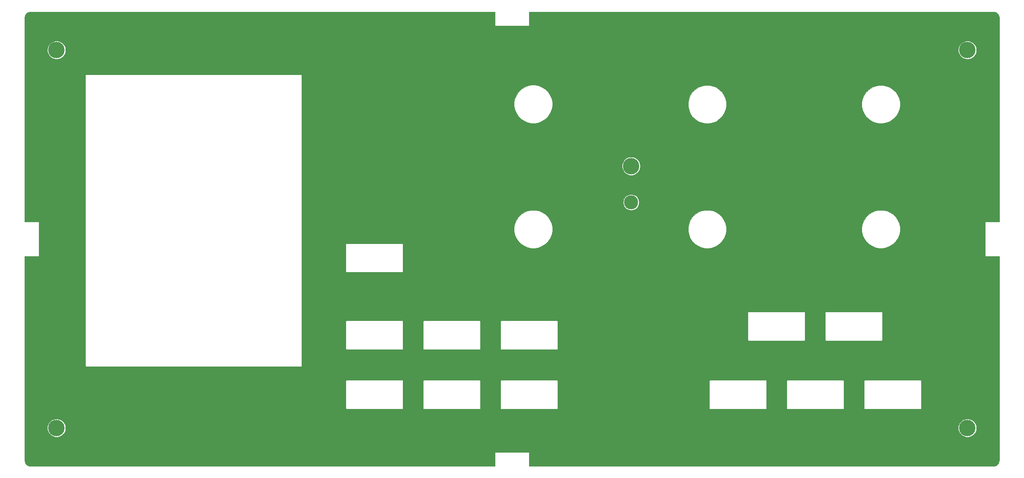
<source format=gbr>
G04 #@! TF.GenerationSoftware,KiCad,Pcbnew,(5.1.8)-1*
G04 #@! TF.CreationDate,2021-03-16T09:30:59+01:00*
G04 #@! TF.ProjectId,pfm3_topsurface,70666d33-5f74-46f7-9073-757266616365,v1.2 / 176*
G04 #@! TF.SameCoordinates,Original*
G04 #@! TF.FileFunction,Copper,L1,Top*
G04 #@! TF.FilePolarity,Positive*
%FSLAX46Y46*%
G04 Gerber Fmt 4.6, Leading zero omitted, Abs format (unit mm)*
G04 Created by KiCad (PCBNEW (5.1.8)-1) date 2021-03-16 09:30:59*
%MOMM*%
%LPD*%
G01*
G04 APERTURE LIST*
G04 #@! TA.AperFunction,ComponentPad*
%ADD10C,3.500000*%
G04 #@! TD*
G04 #@! TA.AperFunction,ComponentPad*
%ADD11C,3.000000*%
G04 #@! TD*
G04 #@! TA.AperFunction,NonConductor*
%ADD12C,0.100000*%
G04 #@! TD*
G04 #@! TA.AperFunction,NonConductor*
%ADD13C,0.150000*%
G04 #@! TD*
G04 APERTURE END LIST*
D10*
X173370000Y-66020000D03*
D11*
X173370000Y-73767000D03*
D10*
X50800000Y-121920000D03*
X50800000Y-41275000D03*
X245110000Y-41275000D03*
X245110000Y-121920000D03*
D12*
X144324001Y-36000814D02*
X144323638Y-36004500D01*
X144325086Y-36019202D01*
X144329375Y-36033340D01*
X144336339Y-36046369D01*
X144345711Y-36057789D01*
X144357131Y-36067161D01*
X144370160Y-36074125D01*
X144384298Y-36078414D01*
X144395325Y-36079500D01*
X144399000Y-36079862D01*
X144402675Y-36079500D01*
X151507325Y-36079500D01*
X151511000Y-36079862D01*
X151514675Y-36079500D01*
X151525702Y-36078414D01*
X151539840Y-36074125D01*
X151552869Y-36067161D01*
X151564289Y-36057789D01*
X151573661Y-36046369D01*
X151580625Y-36033340D01*
X151584914Y-36019202D01*
X151586362Y-36004500D01*
X151586000Y-36000825D01*
X151586000Y-33095000D01*
X250694332Y-33095000D01*
X250930039Y-33118111D01*
X251153244Y-33185501D01*
X251359105Y-33294959D01*
X251539785Y-33442319D01*
X251688400Y-33621963D01*
X251799295Y-33827060D01*
X251868241Y-34049786D01*
X251892982Y-34285190D01*
X251893000Y-34290262D01*
X251893001Y-34290272D01*
X251893000Y-77925000D01*
X248923675Y-77925000D01*
X248920000Y-77924638D01*
X248916325Y-77925000D01*
X248905298Y-77926086D01*
X248891160Y-77930375D01*
X248878131Y-77937339D01*
X248866711Y-77946711D01*
X248857339Y-77958131D01*
X248850375Y-77971160D01*
X248846086Y-77985298D01*
X248844638Y-78000000D01*
X248845001Y-78003686D01*
X248845000Y-85192824D01*
X248844638Y-85196500D01*
X248846086Y-85211202D01*
X248850375Y-85225340D01*
X248857339Y-85238369D01*
X248866711Y-85249789D01*
X248878131Y-85259161D01*
X248891160Y-85266125D01*
X248905298Y-85270414D01*
X248920000Y-85271862D01*
X248923675Y-85271500D01*
X251893001Y-85271500D01*
X251893000Y-128901332D01*
X251869889Y-129137039D01*
X251802499Y-129360244D01*
X251693042Y-129566103D01*
X251545681Y-129746785D01*
X251366037Y-129895400D01*
X251160940Y-130006295D01*
X250938214Y-130075241D01*
X250702811Y-130099982D01*
X250697738Y-130100000D01*
X151586000Y-130100000D01*
X151586000Y-127194176D01*
X151586362Y-127190500D01*
X151584914Y-127175798D01*
X151580625Y-127161660D01*
X151573661Y-127148631D01*
X151564289Y-127137211D01*
X151552869Y-127127839D01*
X151539840Y-127120875D01*
X151525702Y-127116586D01*
X151514675Y-127115500D01*
X151511000Y-127115138D01*
X151507325Y-127115500D01*
X144402675Y-127115500D01*
X144399000Y-127115138D01*
X144395325Y-127115500D01*
X144384298Y-127116586D01*
X144370160Y-127120875D01*
X144357131Y-127127839D01*
X144345711Y-127137211D01*
X144336339Y-127148631D01*
X144329375Y-127161660D01*
X144325086Y-127175798D01*
X144323638Y-127190500D01*
X144324001Y-127194186D01*
X144324000Y-130100000D01*
X45215668Y-130100000D01*
X44979961Y-130076889D01*
X44756756Y-130009499D01*
X44550897Y-129900042D01*
X44370215Y-129752681D01*
X44221600Y-129573037D01*
X44110705Y-129367940D01*
X44041759Y-129145214D01*
X44017018Y-128909811D01*
X44017000Y-128904738D01*
X44017000Y-121727942D01*
X48850000Y-121727942D01*
X48850000Y-122112058D01*
X48924938Y-122488794D01*
X49071933Y-122843671D01*
X49285336Y-123163052D01*
X49556948Y-123434664D01*
X49876329Y-123648067D01*
X50231206Y-123795062D01*
X50607942Y-123870000D01*
X50992058Y-123870000D01*
X51368794Y-123795062D01*
X51723671Y-123648067D01*
X52043052Y-123434664D01*
X52314664Y-123163052D01*
X52528067Y-122843671D01*
X52675062Y-122488794D01*
X52750000Y-122112058D01*
X52750000Y-121727942D01*
X243160000Y-121727942D01*
X243160000Y-122112058D01*
X243234938Y-122488794D01*
X243381933Y-122843671D01*
X243595336Y-123163052D01*
X243866948Y-123434664D01*
X244186329Y-123648067D01*
X244541206Y-123795062D01*
X244917942Y-123870000D01*
X245302058Y-123870000D01*
X245678794Y-123795062D01*
X246033671Y-123648067D01*
X246353052Y-123434664D01*
X246624664Y-123163052D01*
X246838067Y-122843671D01*
X246985062Y-122488794D01*
X247060000Y-122112058D01*
X247060000Y-121727942D01*
X246985062Y-121351206D01*
X246838067Y-120996329D01*
X246624664Y-120676948D01*
X246353052Y-120405336D01*
X246033671Y-120191933D01*
X245678794Y-120044938D01*
X245302058Y-119970000D01*
X244917942Y-119970000D01*
X244541206Y-120044938D01*
X244186329Y-120191933D01*
X243866948Y-120405336D01*
X243595336Y-120676948D01*
X243381933Y-120996329D01*
X243234938Y-121351206D01*
X243160000Y-121727942D01*
X52750000Y-121727942D01*
X52675062Y-121351206D01*
X52528067Y-120996329D01*
X52314664Y-120676948D01*
X52043052Y-120405336D01*
X51723671Y-120191933D01*
X51368794Y-120044938D01*
X50992058Y-119970000D01*
X50607942Y-119970000D01*
X50231206Y-120044938D01*
X49876329Y-120191933D01*
X49556948Y-120405336D01*
X49285336Y-120676948D01*
X49071933Y-120996329D01*
X48924938Y-121351206D01*
X48850000Y-121727942D01*
X44017000Y-121727942D01*
X44017000Y-111800000D01*
X112524638Y-111800000D01*
X112525001Y-111803686D01*
X112525000Y-117796324D01*
X112524638Y-117800000D01*
X112526086Y-117814702D01*
X112530375Y-117828840D01*
X112537339Y-117841869D01*
X112546711Y-117853289D01*
X112558131Y-117862661D01*
X112571160Y-117869625D01*
X112585298Y-117873914D01*
X112600000Y-117875362D01*
X112603675Y-117875000D01*
X124596325Y-117875000D01*
X124600000Y-117875362D01*
X124603675Y-117875000D01*
X124614702Y-117873914D01*
X124628840Y-117869625D01*
X124641869Y-117862661D01*
X124653289Y-117853289D01*
X124662661Y-117841869D01*
X124669625Y-117828840D01*
X124673914Y-117814702D01*
X124675362Y-117800000D01*
X124675000Y-117796325D01*
X124675000Y-111803676D01*
X124675362Y-111800000D01*
X129024638Y-111800000D01*
X129025001Y-111803686D01*
X129025000Y-117796324D01*
X129024638Y-117800000D01*
X129026086Y-117814702D01*
X129030375Y-117828840D01*
X129037339Y-117841869D01*
X129046711Y-117853289D01*
X129058131Y-117862661D01*
X129071160Y-117869625D01*
X129085298Y-117873914D01*
X129100000Y-117875362D01*
X129103675Y-117875000D01*
X141096325Y-117875000D01*
X141100000Y-117875362D01*
X141103675Y-117875000D01*
X141114702Y-117873914D01*
X141128840Y-117869625D01*
X141141869Y-117862661D01*
X141153289Y-117853289D01*
X141162661Y-117841869D01*
X141169625Y-117828840D01*
X141173914Y-117814702D01*
X141175362Y-117800000D01*
X141175000Y-117796325D01*
X141175000Y-111803676D01*
X141175362Y-111800000D01*
X145524638Y-111800000D01*
X145525001Y-111803686D01*
X145525000Y-117796324D01*
X145524638Y-117800000D01*
X145526086Y-117814702D01*
X145530375Y-117828840D01*
X145537339Y-117841869D01*
X145546711Y-117853289D01*
X145558131Y-117862661D01*
X145571160Y-117869625D01*
X145585298Y-117873914D01*
X145600000Y-117875362D01*
X145603675Y-117875000D01*
X157596325Y-117875000D01*
X157600000Y-117875362D01*
X157603675Y-117875000D01*
X157614702Y-117873914D01*
X157628840Y-117869625D01*
X157641869Y-117862661D01*
X157653289Y-117853289D01*
X157662661Y-117841869D01*
X157669625Y-117828840D01*
X157673914Y-117814702D01*
X157675362Y-117800000D01*
X157675000Y-117796325D01*
X157675000Y-111803676D01*
X157675362Y-111800000D01*
X190074638Y-111800000D01*
X190075001Y-111803686D01*
X190075000Y-117796324D01*
X190074638Y-117800000D01*
X190076086Y-117814702D01*
X190080375Y-117828840D01*
X190087339Y-117841869D01*
X190096711Y-117853289D01*
X190108131Y-117862661D01*
X190121160Y-117869625D01*
X190135298Y-117873914D01*
X190150000Y-117875362D01*
X190153675Y-117875000D01*
X202146325Y-117875000D01*
X202150000Y-117875362D01*
X202153675Y-117875000D01*
X202164702Y-117873914D01*
X202178840Y-117869625D01*
X202191869Y-117862661D01*
X202203289Y-117853289D01*
X202212661Y-117841869D01*
X202219625Y-117828840D01*
X202223914Y-117814702D01*
X202225362Y-117800000D01*
X202225000Y-117796325D01*
X202225000Y-111803676D01*
X202225362Y-111800000D01*
X206574638Y-111800000D01*
X206575001Y-111803686D01*
X206575000Y-117796324D01*
X206574638Y-117800000D01*
X206576086Y-117814702D01*
X206580375Y-117828840D01*
X206587339Y-117841869D01*
X206596711Y-117853289D01*
X206608131Y-117862661D01*
X206621160Y-117869625D01*
X206635298Y-117873914D01*
X206650000Y-117875362D01*
X206653675Y-117875000D01*
X218646325Y-117875000D01*
X218650000Y-117875362D01*
X218653675Y-117875000D01*
X218664702Y-117873914D01*
X218678840Y-117869625D01*
X218691869Y-117862661D01*
X218703289Y-117853289D01*
X218712661Y-117841869D01*
X218719625Y-117828840D01*
X218723914Y-117814702D01*
X218725362Y-117800000D01*
X218725000Y-117796325D01*
X218725000Y-111803676D01*
X218725362Y-111800000D01*
X223074638Y-111800000D01*
X223075001Y-111803686D01*
X223075000Y-117796324D01*
X223074638Y-117800000D01*
X223076086Y-117814702D01*
X223080375Y-117828840D01*
X223087339Y-117841869D01*
X223096711Y-117853289D01*
X223108131Y-117862661D01*
X223121160Y-117869625D01*
X223135298Y-117873914D01*
X223150000Y-117875362D01*
X223153675Y-117875000D01*
X235146325Y-117875000D01*
X235150000Y-117875362D01*
X235153675Y-117875000D01*
X235164702Y-117873914D01*
X235178840Y-117869625D01*
X235191869Y-117862661D01*
X235203289Y-117853289D01*
X235212661Y-117841869D01*
X235219625Y-117828840D01*
X235223914Y-117814702D01*
X235225362Y-117800000D01*
X235225000Y-117796325D01*
X235225000Y-111803676D01*
X235225362Y-111800000D01*
X235223914Y-111785298D01*
X235219625Y-111771160D01*
X235212661Y-111758131D01*
X235203289Y-111746711D01*
X235191869Y-111737339D01*
X235178840Y-111730375D01*
X235164702Y-111726086D01*
X235153675Y-111725000D01*
X235150000Y-111724638D01*
X235146325Y-111725000D01*
X223153675Y-111725000D01*
X223150000Y-111724638D01*
X223146325Y-111725000D01*
X223135298Y-111726086D01*
X223121160Y-111730375D01*
X223108131Y-111737339D01*
X223096711Y-111746711D01*
X223087339Y-111758131D01*
X223080375Y-111771160D01*
X223076086Y-111785298D01*
X223074638Y-111800000D01*
X218725362Y-111800000D01*
X218723914Y-111785298D01*
X218719625Y-111771160D01*
X218712661Y-111758131D01*
X218703289Y-111746711D01*
X218691869Y-111737339D01*
X218678840Y-111730375D01*
X218664702Y-111726086D01*
X218653675Y-111725000D01*
X218650000Y-111724638D01*
X218646325Y-111725000D01*
X206653675Y-111725000D01*
X206650000Y-111724638D01*
X206646325Y-111725000D01*
X206635298Y-111726086D01*
X206621160Y-111730375D01*
X206608131Y-111737339D01*
X206596711Y-111746711D01*
X206587339Y-111758131D01*
X206580375Y-111771160D01*
X206576086Y-111785298D01*
X206574638Y-111800000D01*
X202225362Y-111800000D01*
X202223914Y-111785298D01*
X202219625Y-111771160D01*
X202212661Y-111758131D01*
X202203289Y-111746711D01*
X202191869Y-111737339D01*
X202178840Y-111730375D01*
X202164702Y-111726086D01*
X202153675Y-111725000D01*
X202150000Y-111724638D01*
X202146325Y-111725000D01*
X190153675Y-111725000D01*
X190150000Y-111724638D01*
X190146325Y-111725000D01*
X190135298Y-111726086D01*
X190121160Y-111730375D01*
X190108131Y-111737339D01*
X190096711Y-111746711D01*
X190087339Y-111758131D01*
X190080375Y-111771160D01*
X190076086Y-111785298D01*
X190074638Y-111800000D01*
X157675362Y-111800000D01*
X157673914Y-111785298D01*
X157669625Y-111771160D01*
X157662661Y-111758131D01*
X157653289Y-111746711D01*
X157641869Y-111737339D01*
X157628840Y-111730375D01*
X157614702Y-111726086D01*
X157603675Y-111725000D01*
X157600000Y-111724638D01*
X157596325Y-111725000D01*
X145603675Y-111725000D01*
X145600000Y-111724638D01*
X145596325Y-111725000D01*
X145585298Y-111726086D01*
X145571160Y-111730375D01*
X145558131Y-111737339D01*
X145546711Y-111746711D01*
X145537339Y-111758131D01*
X145530375Y-111771160D01*
X145526086Y-111785298D01*
X145524638Y-111800000D01*
X141175362Y-111800000D01*
X141173914Y-111785298D01*
X141169625Y-111771160D01*
X141162661Y-111758131D01*
X141153289Y-111746711D01*
X141141869Y-111737339D01*
X141128840Y-111730375D01*
X141114702Y-111726086D01*
X141103675Y-111725000D01*
X141100000Y-111724638D01*
X141096325Y-111725000D01*
X129103675Y-111725000D01*
X129100000Y-111724638D01*
X129096325Y-111725000D01*
X129085298Y-111726086D01*
X129071160Y-111730375D01*
X129058131Y-111737339D01*
X129046711Y-111746711D01*
X129037339Y-111758131D01*
X129030375Y-111771160D01*
X129026086Y-111785298D01*
X129024638Y-111800000D01*
X124675362Y-111800000D01*
X124673914Y-111785298D01*
X124669625Y-111771160D01*
X124662661Y-111758131D01*
X124653289Y-111746711D01*
X124641869Y-111737339D01*
X124628840Y-111730375D01*
X124614702Y-111726086D01*
X124603675Y-111725000D01*
X124600000Y-111724638D01*
X124596325Y-111725000D01*
X112603675Y-111725000D01*
X112600000Y-111724638D01*
X112596325Y-111725000D01*
X112585298Y-111726086D01*
X112571160Y-111730375D01*
X112558131Y-111737339D01*
X112546711Y-111746711D01*
X112537339Y-111758131D01*
X112530375Y-111771160D01*
X112526086Y-111785298D01*
X112524638Y-111800000D01*
X44017000Y-111800000D01*
X44017000Y-85275000D01*
X46986325Y-85275000D01*
X46990000Y-85275362D01*
X46993675Y-85275000D01*
X47004702Y-85273914D01*
X47018840Y-85269625D01*
X47031869Y-85262661D01*
X47043289Y-85253289D01*
X47052661Y-85241869D01*
X47059625Y-85228840D01*
X47063914Y-85214702D01*
X47065362Y-85200000D01*
X47065000Y-85196325D01*
X47065000Y-78002175D01*
X47065362Y-77998500D01*
X47063914Y-77983798D01*
X47059625Y-77969660D01*
X47052661Y-77956631D01*
X47043289Y-77945211D01*
X47031869Y-77935839D01*
X47018840Y-77928875D01*
X47004702Y-77924586D01*
X46993675Y-77923500D01*
X46990000Y-77923138D01*
X46986325Y-77923500D01*
X44017000Y-77923500D01*
X44017000Y-46550000D01*
X56974638Y-46550000D01*
X56975000Y-46553676D01*
X56975001Y-108696314D01*
X56974638Y-108700000D01*
X56976086Y-108714702D01*
X56980375Y-108728840D01*
X56987339Y-108741869D01*
X56996711Y-108753289D01*
X57008131Y-108762661D01*
X57021160Y-108769625D01*
X57035298Y-108773914D01*
X57046325Y-108775000D01*
X57050000Y-108775362D01*
X57053675Y-108775000D01*
X103046325Y-108775000D01*
X103050000Y-108775362D01*
X103053675Y-108775000D01*
X103064702Y-108773914D01*
X103078840Y-108769625D01*
X103091869Y-108762661D01*
X103103289Y-108753289D01*
X103112661Y-108741869D01*
X103119625Y-108728840D01*
X103123914Y-108714702D01*
X103125362Y-108700000D01*
X103125000Y-108696325D01*
X103125000Y-99100000D01*
X112524638Y-99100000D01*
X112525001Y-99103686D01*
X112525000Y-105096324D01*
X112524638Y-105100000D01*
X112526086Y-105114702D01*
X112530375Y-105128840D01*
X112537339Y-105141869D01*
X112546711Y-105153289D01*
X112558131Y-105162661D01*
X112571160Y-105169625D01*
X112585298Y-105173914D01*
X112600000Y-105175362D01*
X112603675Y-105175000D01*
X124596325Y-105175000D01*
X124600000Y-105175362D01*
X124603675Y-105175000D01*
X124614702Y-105173914D01*
X124628840Y-105169625D01*
X124641869Y-105162661D01*
X124653289Y-105153289D01*
X124662661Y-105141869D01*
X124669625Y-105128840D01*
X124673914Y-105114702D01*
X124675362Y-105100000D01*
X124675000Y-105096325D01*
X124675000Y-99103676D01*
X124675362Y-99100000D01*
X129024638Y-99100000D01*
X129025001Y-99103686D01*
X129025000Y-105096324D01*
X129024638Y-105100000D01*
X129026086Y-105114702D01*
X129030375Y-105128840D01*
X129037339Y-105141869D01*
X129046711Y-105153289D01*
X129058131Y-105162661D01*
X129071160Y-105169625D01*
X129085298Y-105173914D01*
X129100000Y-105175362D01*
X129103675Y-105175000D01*
X141096325Y-105175000D01*
X141100000Y-105175362D01*
X141103675Y-105175000D01*
X141114702Y-105173914D01*
X141128840Y-105169625D01*
X141141869Y-105162661D01*
X141153289Y-105153289D01*
X141162661Y-105141869D01*
X141169625Y-105128840D01*
X141173914Y-105114702D01*
X141175362Y-105100000D01*
X141175000Y-105096325D01*
X141175000Y-99103676D01*
X141175362Y-99100000D01*
X145524638Y-99100000D01*
X145525001Y-99103686D01*
X145525000Y-105096324D01*
X145524638Y-105100000D01*
X145526086Y-105114702D01*
X145530375Y-105128840D01*
X145537339Y-105141869D01*
X145546711Y-105153289D01*
X145558131Y-105162661D01*
X145571160Y-105169625D01*
X145585298Y-105173914D01*
X145600000Y-105175362D01*
X145603675Y-105175000D01*
X157596325Y-105175000D01*
X157600000Y-105175362D01*
X157603675Y-105175000D01*
X157614702Y-105173914D01*
X157628840Y-105169625D01*
X157641869Y-105162661D01*
X157653289Y-105153289D01*
X157662661Y-105141869D01*
X157669625Y-105128840D01*
X157673914Y-105114702D01*
X157675362Y-105100000D01*
X157675000Y-105096325D01*
X157675000Y-99103676D01*
X157675362Y-99100000D01*
X157673914Y-99085298D01*
X157669625Y-99071160D01*
X157662661Y-99058131D01*
X157653289Y-99046711D01*
X157641869Y-99037339D01*
X157628840Y-99030375D01*
X157614702Y-99026086D01*
X157603675Y-99025000D01*
X157600000Y-99024638D01*
X157596325Y-99025000D01*
X145603675Y-99025000D01*
X145600000Y-99024638D01*
X145596325Y-99025000D01*
X145585298Y-99026086D01*
X145571160Y-99030375D01*
X145558131Y-99037339D01*
X145546711Y-99046711D01*
X145537339Y-99058131D01*
X145530375Y-99071160D01*
X145526086Y-99085298D01*
X145524638Y-99100000D01*
X141175362Y-99100000D01*
X141173914Y-99085298D01*
X141169625Y-99071160D01*
X141162661Y-99058131D01*
X141153289Y-99046711D01*
X141141869Y-99037339D01*
X141128840Y-99030375D01*
X141114702Y-99026086D01*
X141103675Y-99025000D01*
X141100000Y-99024638D01*
X141096325Y-99025000D01*
X129103675Y-99025000D01*
X129100000Y-99024638D01*
X129096325Y-99025000D01*
X129085298Y-99026086D01*
X129071160Y-99030375D01*
X129058131Y-99037339D01*
X129046711Y-99046711D01*
X129037339Y-99058131D01*
X129030375Y-99071160D01*
X129026086Y-99085298D01*
X129024638Y-99100000D01*
X124675362Y-99100000D01*
X124673914Y-99085298D01*
X124669625Y-99071160D01*
X124662661Y-99058131D01*
X124653289Y-99046711D01*
X124641869Y-99037339D01*
X124628840Y-99030375D01*
X124614702Y-99026086D01*
X124603675Y-99025000D01*
X124600000Y-99024638D01*
X124596325Y-99025000D01*
X112603675Y-99025000D01*
X112600000Y-99024638D01*
X112596325Y-99025000D01*
X112585298Y-99026086D01*
X112571160Y-99030375D01*
X112558131Y-99037339D01*
X112546711Y-99046711D01*
X112537339Y-99058131D01*
X112530375Y-99071160D01*
X112526086Y-99085298D01*
X112524638Y-99100000D01*
X103125000Y-99100000D01*
X103125000Y-97200000D01*
X198274638Y-97200000D01*
X198275001Y-97203686D01*
X198275000Y-103196324D01*
X198274638Y-103200000D01*
X198276086Y-103214702D01*
X198280375Y-103228840D01*
X198287339Y-103241869D01*
X198296711Y-103253289D01*
X198308131Y-103262661D01*
X198321160Y-103269625D01*
X198335298Y-103273914D01*
X198350000Y-103275362D01*
X198353675Y-103275000D01*
X210346325Y-103275000D01*
X210350000Y-103275362D01*
X210353675Y-103275000D01*
X210364702Y-103273914D01*
X210378840Y-103269625D01*
X210391869Y-103262661D01*
X210403289Y-103253289D01*
X210412661Y-103241869D01*
X210419625Y-103228840D01*
X210423914Y-103214702D01*
X210425362Y-103200000D01*
X210425000Y-103196325D01*
X210425000Y-97203676D01*
X210425362Y-97200000D01*
X214774638Y-97200000D01*
X214775001Y-97203686D01*
X214775000Y-103196324D01*
X214774638Y-103200000D01*
X214776086Y-103214702D01*
X214780375Y-103228840D01*
X214787339Y-103241869D01*
X214796711Y-103253289D01*
X214808131Y-103262661D01*
X214821160Y-103269625D01*
X214835298Y-103273914D01*
X214850000Y-103275362D01*
X214853675Y-103275000D01*
X226846325Y-103275000D01*
X226850000Y-103275362D01*
X226853675Y-103275000D01*
X226864702Y-103273914D01*
X226878840Y-103269625D01*
X226891869Y-103262661D01*
X226903289Y-103253289D01*
X226912661Y-103241869D01*
X226919625Y-103228840D01*
X226923914Y-103214702D01*
X226925362Y-103200000D01*
X226925000Y-103196325D01*
X226925000Y-97203676D01*
X226925362Y-97200000D01*
X226923914Y-97185298D01*
X226919625Y-97171160D01*
X226912661Y-97158131D01*
X226903289Y-97146711D01*
X226891869Y-97137339D01*
X226878840Y-97130375D01*
X226864702Y-97126086D01*
X226853675Y-97125000D01*
X226850000Y-97124638D01*
X226846325Y-97125000D01*
X214853675Y-97125000D01*
X214850000Y-97124638D01*
X214846325Y-97125000D01*
X214835298Y-97126086D01*
X214821160Y-97130375D01*
X214808131Y-97137339D01*
X214796711Y-97146711D01*
X214787339Y-97158131D01*
X214780375Y-97171160D01*
X214776086Y-97185298D01*
X214774638Y-97200000D01*
X210425362Y-97200000D01*
X210423914Y-97185298D01*
X210419625Y-97171160D01*
X210412661Y-97158131D01*
X210403289Y-97146711D01*
X210391869Y-97137339D01*
X210378840Y-97130375D01*
X210364702Y-97126086D01*
X210353675Y-97125000D01*
X210350000Y-97124638D01*
X210346325Y-97125000D01*
X198353675Y-97125000D01*
X198350000Y-97124638D01*
X198346325Y-97125000D01*
X198335298Y-97126086D01*
X198321160Y-97130375D01*
X198308131Y-97137339D01*
X198296711Y-97146711D01*
X198287339Y-97158131D01*
X198280375Y-97171160D01*
X198276086Y-97185298D01*
X198274638Y-97200000D01*
X103125000Y-97200000D01*
X103125000Y-82600000D01*
X112524638Y-82600000D01*
X112525001Y-82603686D01*
X112525000Y-88596324D01*
X112524638Y-88600000D01*
X112526086Y-88614702D01*
X112530375Y-88628840D01*
X112537339Y-88641869D01*
X112546711Y-88653289D01*
X112558131Y-88662661D01*
X112571160Y-88669625D01*
X112585298Y-88673914D01*
X112600000Y-88675362D01*
X112603675Y-88675000D01*
X124596325Y-88675000D01*
X124600000Y-88675362D01*
X124603675Y-88675000D01*
X124614702Y-88673914D01*
X124628840Y-88669625D01*
X124641869Y-88662661D01*
X124653289Y-88653289D01*
X124662661Y-88641869D01*
X124669625Y-88628840D01*
X124673914Y-88614702D01*
X124675362Y-88600000D01*
X124675000Y-88596325D01*
X124675000Y-82603676D01*
X124675362Y-82600000D01*
X124673914Y-82585298D01*
X124669625Y-82571160D01*
X124662661Y-82558131D01*
X124653289Y-82546711D01*
X124641869Y-82537339D01*
X124628840Y-82530375D01*
X124614702Y-82526086D01*
X124603675Y-82525000D01*
X124600000Y-82524638D01*
X124596325Y-82525000D01*
X112603675Y-82525000D01*
X112600000Y-82524638D01*
X112596325Y-82525000D01*
X112585298Y-82526086D01*
X112571160Y-82530375D01*
X112558131Y-82537339D01*
X112546711Y-82546711D01*
X112537339Y-82558131D01*
X112530375Y-82571160D01*
X112526086Y-82585298D01*
X112524638Y-82600000D01*
X103125000Y-82600000D01*
X103125000Y-79098620D01*
X148424719Y-79098620D01*
X148424719Y-79901380D01*
X148581329Y-80688716D01*
X148888532Y-81430370D01*
X149334522Y-82097840D01*
X149902160Y-82665478D01*
X150569630Y-83111468D01*
X151311284Y-83418671D01*
X152098620Y-83575281D01*
X152901380Y-83575281D01*
X153688716Y-83418671D01*
X154430370Y-83111468D01*
X155097840Y-82665478D01*
X155665478Y-82097840D01*
X156111468Y-81430370D01*
X156418671Y-80688716D01*
X156575281Y-79901380D01*
X156575281Y-79098620D01*
X185524719Y-79098620D01*
X185524719Y-79901380D01*
X185681329Y-80688716D01*
X185988532Y-81430370D01*
X186434522Y-82097840D01*
X187002160Y-82665478D01*
X187669630Y-83111468D01*
X188411284Y-83418671D01*
X189198620Y-83575281D01*
X190001380Y-83575281D01*
X190788716Y-83418671D01*
X191530370Y-83111468D01*
X192197840Y-82665478D01*
X192765478Y-82097840D01*
X193211468Y-81430370D01*
X193518671Y-80688716D01*
X193675281Y-79901380D01*
X193675281Y-79098620D01*
X222574719Y-79098620D01*
X222574719Y-79901380D01*
X222731329Y-80688716D01*
X223038532Y-81430370D01*
X223484522Y-82097840D01*
X224052160Y-82665478D01*
X224719630Y-83111468D01*
X225461284Y-83418671D01*
X226248620Y-83575281D01*
X227051380Y-83575281D01*
X227838716Y-83418671D01*
X228580370Y-83111468D01*
X229247840Y-82665478D01*
X229815478Y-82097840D01*
X230261468Y-81430370D01*
X230568671Y-80688716D01*
X230725281Y-79901380D01*
X230725281Y-79098620D01*
X230568671Y-78311284D01*
X230261468Y-77569630D01*
X229815478Y-76902160D01*
X229247840Y-76334522D01*
X228580370Y-75888532D01*
X227838716Y-75581329D01*
X227051380Y-75424719D01*
X226248620Y-75424719D01*
X225461284Y-75581329D01*
X224719630Y-75888532D01*
X224052160Y-76334522D01*
X223484522Y-76902160D01*
X223038532Y-77569630D01*
X222731329Y-78311284D01*
X222574719Y-79098620D01*
X193675281Y-79098620D01*
X193518671Y-78311284D01*
X193211468Y-77569630D01*
X192765478Y-76902160D01*
X192197840Y-76334522D01*
X191530370Y-75888532D01*
X190788716Y-75581329D01*
X190001380Y-75424719D01*
X189198620Y-75424719D01*
X188411284Y-75581329D01*
X187669630Y-75888532D01*
X187002160Y-76334522D01*
X186434522Y-76902160D01*
X185988532Y-77569630D01*
X185681329Y-78311284D01*
X185524719Y-79098620D01*
X156575281Y-79098620D01*
X156418671Y-78311284D01*
X156111468Y-77569630D01*
X155665478Y-76902160D01*
X155097840Y-76334522D01*
X154430370Y-75888532D01*
X153688716Y-75581329D01*
X152901380Y-75424719D01*
X152098620Y-75424719D01*
X151311284Y-75581329D01*
X150569630Y-75888532D01*
X149902160Y-76334522D01*
X149334522Y-76902160D01*
X148888532Y-77569630D01*
X148581329Y-78311284D01*
X148424719Y-79098620D01*
X103125000Y-79098620D01*
X103125000Y-73599565D01*
X171670000Y-73599565D01*
X171670000Y-73934435D01*
X171735330Y-74262872D01*
X171863479Y-74572252D01*
X172049523Y-74850687D01*
X172286313Y-75087477D01*
X172564748Y-75273521D01*
X172874128Y-75401670D01*
X173202565Y-75467000D01*
X173537435Y-75467000D01*
X173865872Y-75401670D01*
X174175252Y-75273521D01*
X174453687Y-75087477D01*
X174690477Y-74850687D01*
X174876521Y-74572252D01*
X175004670Y-74262872D01*
X175070000Y-73934435D01*
X175070000Y-73599565D01*
X175004670Y-73271128D01*
X174876521Y-72961748D01*
X174690477Y-72683313D01*
X174453687Y-72446523D01*
X174175252Y-72260479D01*
X173865872Y-72132330D01*
X173537435Y-72067000D01*
X173202565Y-72067000D01*
X172874128Y-72132330D01*
X172564748Y-72260479D01*
X172286313Y-72446523D01*
X172049523Y-72683313D01*
X171863479Y-72961748D01*
X171735330Y-73271128D01*
X171670000Y-73599565D01*
X103125000Y-73599565D01*
X103125000Y-65827942D01*
X171420000Y-65827942D01*
X171420000Y-66212058D01*
X171494938Y-66588794D01*
X171641933Y-66943671D01*
X171855336Y-67263052D01*
X172126948Y-67534664D01*
X172446329Y-67748067D01*
X172801206Y-67895062D01*
X173177942Y-67970000D01*
X173562058Y-67970000D01*
X173938794Y-67895062D01*
X174293671Y-67748067D01*
X174613052Y-67534664D01*
X174884664Y-67263052D01*
X175098067Y-66943671D01*
X175245062Y-66588794D01*
X175320000Y-66212058D01*
X175320000Y-65827942D01*
X175245062Y-65451206D01*
X175098067Y-65096329D01*
X174884664Y-64776948D01*
X174613052Y-64505336D01*
X174293671Y-64291933D01*
X173938794Y-64144938D01*
X173562058Y-64070000D01*
X173177942Y-64070000D01*
X172801206Y-64144938D01*
X172446329Y-64291933D01*
X172126948Y-64505336D01*
X171855336Y-64776948D01*
X171641933Y-65096329D01*
X171494938Y-65451206D01*
X171420000Y-65827942D01*
X103125000Y-65827942D01*
X103125000Y-52398620D01*
X148424719Y-52398620D01*
X148424719Y-53201380D01*
X148581329Y-53988716D01*
X148888532Y-54730370D01*
X149334522Y-55397840D01*
X149902160Y-55965478D01*
X150569630Y-56411468D01*
X151311284Y-56718671D01*
X152098620Y-56875281D01*
X152901380Y-56875281D01*
X153688716Y-56718671D01*
X154430370Y-56411468D01*
X155097840Y-55965478D01*
X155665478Y-55397840D01*
X156111468Y-54730370D01*
X156418671Y-53988716D01*
X156575281Y-53201380D01*
X156575281Y-52448620D01*
X185524719Y-52448620D01*
X185524719Y-53251380D01*
X185681329Y-54038716D01*
X185988532Y-54780370D01*
X186434522Y-55447840D01*
X187002160Y-56015478D01*
X187669630Y-56461468D01*
X188411284Y-56768671D01*
X189198620Y-56925281D01*
X190001380Y-56925281D01*
X190788716Y-56768671D01*
X191530370Y-56461468D01*
X192197840Y-56015478D01*
X192765478Y-55447840D01*
X193211468Y-54780370D01*
X193518671Y-54038716D01*
X193675281Y-53251380D01*
X193675281Y-52448620D01*
X222574719Y-52448620D01*
X222574719Y-53251380D01*
X222731329Y-54038716D01*
X223038532Y-54780370D01*
X223484522Y-55447840D01*
X224052160Y-56015478D01*
X224719630Y-56461468D01*
X225461284Y-56768671D01*
X226248620Y-56925281D01*
X227051380Y-56925281D01*
X227838716Y-56768671D01*
X228580370Y-56461468D01*
X229247840Y-56015478D01*
X229815478Y-55447840D01*
X230261468Y-54780370D01*
X230568671Y-54038716D01*
X230725281Y-53251380D01*
X230725281Y-52448620D01*
X230568671Y-51661284D01*
X230261468Y-50919630D01*
X229815478Y-50252160D01*
X229247840Y-49684522D01*
X228580370Y-49238532D01*
X227838716Y-48931329D01*
X227051380Y-48774719D01*
X226248620Y-48774719D01*
X225461284Y-48931329D01*
X224719630Y-49238532D01*
X224052160Y-49684522D01*
X223484522Y-50252160D01*
X223038532Y-50919630D01*
X222731329Y-51661284D01*
X222574719Y-52448620D01*
X193675281Y-52448620D01*
X193518671Y-51661284D01*
X193211468Y-50919630D01*
X192765478Y-50252160D01*
X192197840Y-49684522D01*
X191530370Y-49238532D01*
X190788716Y-48931329D01*
X190001380Y-48774719D01*
X189198620Y-48774719D01*
X188411284Y-48931329D01*
X187669630Y-49238532D01*
X187002160Y-49684522D01*
X186434522Y-50252160D01*
X185988532Y-50919630D01*
X185681329Y-51661284D01*
X185524719Y-52448620D01*
X156575281Y-52448620D01*
X156575281Y-52398620D01*
X156418671Y-51611284D01*
X156111468Y-50869630D01*
X155665478Y-50202160D01*
X155097840Y-49634522D01*
X154430370Y-49188532D01*
X153688716Y-48881329D01*
X152901380Y-48724719D01*
X152098620Y-48724719D01*
X151311284Y-48881329D01*
X150569630Y-49188532D01*
X149902160Y-49634522D01*
X149334522Y-50202160D01*
X148888532Y-50869630D01*
X148581329Y-51611284D01*
X148424719Y-52398620D01*
X103125000Y-52398620D01*
X103125000Y-46553675D01*
X103125362Y-46550000D01*
X103123914Y-46535298D01*
X103119625Y-46521160D01*
X103112661Y-46508131D01*
X103103289Y-46496711D01*
X103091869Y-46487339D01*
X103078840Y-46480375D01*
X103064702Y-46476086D01*
X103053675Y-46475000D01*
X103050000Y-46474638D01*
X103046325Y-46475000D01*
X57053675Y-46475000D01*
X57050000Y-46474638D01*
X57046325Y-46475000D01*
X57035298Y-46476086D01*
X57021160Y-46480375D01*
X57008131Y-46487339D01*
X56996711Y-46496711D01*
X56987339Y-46508131D01*
X56980375Y-46521160D01*
X56976086Y-46535298D01*
X56974638Y-46550000D01*
X44017000Y-46550000D01*
X44017000Y-41082942D01*
X48850000Y-41082942D01*
X48850000Y-41467058D01*
X48924938Y-41843794D01*
X49071933Y-42198671D01*
X49285336Y-42518052D01*
X49556948Y-42789664D01*
X49876329Y-43003067D01*
X50231206Y-43150062D01*
X50607942Y-43225000D01*
X50992058Y-43225000D01*
X51368794Y-43150062D01*
X51723671Y-43003067D01*
X52043052Y-42789664D01*
X52314664Y-42518052D01*
X52528067Y-42198671D01*
X52675062Y-41843794D01*
X52750000Y-41467058D01*
X52750000Y-41082942D01*
X243160000Y-41082942D01*
X243160000Y-41467058D01*
X243234938Y-41843794D01*
X243381933Y-42198671D01*
X243595336Y-42518052D01*
X243866948Y-42789664D01*
X244186329Y-43003067D01*
X244541206Y-43150062D01*
X244917942Y-43225000D01*
X245302058Y-43225000D01*
X245678794Y-43150062D01*
X246033671Y-43003067D01*
X246353052Y-42789664D01*
X246624664Y-42518052D01*
X246838067Y-42198671D01*
X246985062Y-41843794D01*
X247060000Y-41467058D01*
X247060000Y-41082942D01*
X246985062Y-40706206D01*
X246838067Y-40351329D01*
X246624664Y-40031948D01*
X246353052Y-39760336D01*
X246033671Y-39546933D01*
X245678794Y-39399938D01*
X245302058Y-39325000D01*
X244917942Y-39325000D01*
X244541206Y-39399938D01*
X244186329Y-39546933D01*
X243866948Y-39760336D01*
X243595336Y-40031948D01*
X243381933Y-40351329D01*
X243234938Y-40706206D01*
X243160000Y-41082942D01*
X52750000Y-41082942D01*
X52675062Y-40706206D01*
X52528067Y-40351329D01*
X52314664Y-40031948D01*
X52043052Y-39760336D01*
X51723671Y-39546933D01*
X51368794Y-39399938D01*
X50992058Y-39325000D01*
X50607942Y-39325000D01*
X50231206Y-39399938D01*
X49876329Y-39546933D01*
X49556948Y-39760336D01*
X49285336Y-40031948D01*
X49071933Y-40351329D01*
X48924938Y-40706206D01*
X48850000Y-41082942D01*
X44017000Y-41082942D01*
X44017000Y-34293668D01*
X44040111Y-34057961D01*
X44107501Y-33834756D01*
X44216959Y-33628895D01*
X44364319Y-33448215D01*
X44543963Y-33299600D01*
X44749060Y-33188705D01*
X44971786Y-33119759D01*
X45207190Y-33095018D01*
X45212262Y-33095000D01*
X144324000Y-33095000D01*
X144324001Y-36000814D01*
G04 #@! TA.AperFunction,NonConductor*
D13*
G36*
X144324001Y-36000814D02*
G01*
X144323638Y-36004500D01*
X144325086Y-36019202D01*
X144329375Y-36033340D01*
X144336339Y-36046369D01*
X144345711Y-36057789D01*
X144357131Y-36067161D01*
X144370160Y-36074125D01*
X144384298Y-36078414D01*
X144395325Y-36079500D01*
X144399000Y-36079862D01*
X144402675Y-36079500D01*
X151507325Y-36079500D01*
X151511000Y-36079862D01*
X151514675Y-36079500D01*
X151525702Y-36078414D01*
X151539840Y-36074125D01*
X151552869Y-36067161D01*
X151564289Y-36057789D01*
X151573661Y-36046369D01*
X151580625Y-36033340D01*
X151584914Y-36019202D01*
X151586362Y-36004500D01*
X151586000Y-36000825D01*
X151586000Y-33095000D01*
X250694332Y-33095000D01*
X250930039Y-33118111D01*
X251153244Y-33185501D01*
X251359105Y-33294959D01*
X251539785Y-33442319D01*
X251688400Y-33621963D01*
X251799295Y-33827060D01*
X251868241Y-34049786D01*
X251892982Y-34285190D01*
X251893000Y-34290262D01*
X251893001Y-34290272D01*
X251893000Y-77925000D01*
X248923675Y-77925000D01*
X248920000Y-77924638D01*
X248916325Y-77925000D01*
X248905298Y-77926086D01*
X248891160Y-77930375D01*
X248878131Y-77937339D01*
X248866711Y-77946711D01*
X248857339Y-77958131D01*
X248850375Y-77971160D01*
X248846086Y-77985298D01*
X248844638Y-78000000D01*
X248845001Y-78003686D01*
X248845000Y-85192824D01*
X248844638Y-85196500D01*
X248846086Y-85211202D01*
X248850375Y-85225340D01*
X248857339Y-85238369D01*
X248866711Y-85249789D01*
X248878131Y-85259161D01*
X248891160Y-85266125D01*
X248905298Y-85270414D01*
X248920000Y-85271862D01*
X248923675Y-85271500D01*
X251893001Y-85271500D01*
X251893000Y-128901332D01*
X251869889Y-129137039D01*
X251802499Y-129360244D01*
X251693042Y-129566103D01*
X251545681Y-129746785D01*
X251366037Y-129895400D01*
X251160940Y-130006295D01*
X250938214Y-130075241D01*
X250702811Y-130099982D01*
X250697738Y-130100000D01*
X151586000Y-130100000D01*
X151586000Y-127194176D01*
X151586362Y-127190500D01*
X151584914Y-127175798D01*
X151580625Y-127161660D01*
X151573661Y-127148631D01*
X151564289Y-127137211D01*
X151552869Y-127127839D01*
X151539840Y-127120875D01*
X151525702Y-127116586D01*
X151514675Y-127115500D01*
X151511000Y-127115138D01*
X151507325Y-127115500D01*
X144402675Y-127115500D01*
X144399000Y-127115138D01*
X144395325Y-127115500D01*
X144384298Y-127116586D01*
X144370160Y-127120875D01*
X144357131Y-127127839D01*
X144345711Y-127137211D01*
X144336339Y-127148631D01*
X144329375Y-127161660D01*
X144325086Y-127175798D01*
X144323638Y-127190500D01*
X144324001Y-127194186D01*
X144324000Y-130100000D01*
X45215668Y-130100000D01*
X44979961Y-130076889D01*
X44756756Y-130009499D01*
X44550897Y-129900042D01*
X44370215Y-129752681D01*
X44221600Y-129573037D01*
X44110705Y-129367940D01*
X44041759Y-129145214D01*
X44017018Y-128909811D01*
X44017000Y-128904738D01*
X44017000Y-121727942D01*
X48850000Y-121727942D01*
X48850000Y-122112058D01*
X48924938Y-122488794D01*
X49071933Y-122843671D01*
X49285336Y-123163052D01*
X49556948Y-123434664D01*
X49876329Y-123648067D01*
X50231206Y-123795062D01*
X50607942Y-123870000D01*
X50992058Y-123870000D01*
X51368794Y-123795062D01*
X51723671Y-123648067D01*
X52043052Y-123434664D01*
X52314664Y-123163052D01*
X52528067Y-122843671D01*
X52675062Y-122488794D01*
X52750000Y-122112058D01*
X52750000Y-121727942D01*
X243160000Y-121727942D01*
X243160000Y-122112058D01*
X243234938Y-122488794D01*
X243381933Y-122843671D01*
X243595336Y-123163052D01*
X243866948Y-123434664D01*
X244186329Y-123648067D01*
X244541206Y-123795062D01*
X244917942Y-123870000D01*
X245302058Y-123870000D01*
X245678794Y-123795062D01*
X246033671Y-123648067D01*
X246353052Y-123434664D01*
X246624664Y-123163052D01*
X246838067Y-122843671D01*
X246985062Y-122488794D01*
X247060000Y-122112058D01*
X247060000Y-121727942D01*
X246985062Y-121351206D01*
X246838067Y-120996329D01*
X246624664Y-120676948D01*
X246353052Y-120405336D01*
X246033671Y-120191933D01*
X245678794Y-120044938D01*
X245302058Y-119970000D01*
X244917942Y-119970000D01*
X244541206Y-120044938D01*
X244186329Y-120191933D01*
X243866948Y-120405336D01*
X243595336Y-120676948D01*
X243381933Y-120996329D01*
X243234938Y-121351206D01*
X243160000Y-121727942D01*
X52750000Y-121727942D01*
X52675062Y-121351206D01*
X52528067Y-120996329D01*
X52314664Y-120676948D01*
X52043052Y-120405336D01*
X51723671Y-120191933D01*
X51368794Y-120044938D01*
X50992058Y-119970000D01*
X50607942Y-119970000D01*
X50231206Y-120044938D01*
X49876329Y-120191933D01*
X49556948Y-120405336D01*
X49285336Y-120676948D01*
X49071933Y-120996329D01*
X48924938Y-121351206D01*
X48850000Y-121727942D01*
X44017000Y-121727942D01*
X44017000Y-111800000D01*
X112524638Y-111800000D01*
X112525001Y-111803686D01*
X112525000Y-117796324D01*
X112524638Y-117800000D01*
X112526086Y-117814702D01*
X112530375Y-117828840D01*
X112537339Y-117841869D01*
X112546711Y-117853289D01*
X112558131Y-117862661D01*
X112571160Y-117869625D01*
X112585298Y-117873914D01*
X112600000Y-117875362D01*
X112603675Y-117875000D01*
X124596325Y-117875000D01*
X124600000Y-117875362D01*
X124603675Y-117875000D01*
X124614702Y-117873914D01*
X124628840Y-117869625D01*
X124641869Y-117862661D01*
X124653289Y-117853289D01*
X124662661Y-117841869D01*
X124669625Y-117828840D01*
X124673914Y-117814702D01*
X124675362Y-117800000D01*
X124675000Y-117796325D01*
X124675000Y-111803676D01*
X124675362Y-111800000D01*
X129024638Y-111800000D01*
X129025001Y-111803686D01*
X129025000Y-117796324D01*
X129024638Y-117800000D01*
X129026086Y-117814702D01*
X129030375Y-117828840D01*
X129037339Y-117841869D01*
X129046711Y-117853289D01*
X129058131Y-117862661D01*
X129071160Y-117869625D01*
X129085298Y-117873914D01*
X129100000Y-117875362D01*
X129103675Y-117875000D01*
X141096325Y-117875000D01*
X141100000Y-117875362D01*
X141103675Y-117875000D01*
X141114702Y-117873914D01*
X141128840Y-117869625D01*
X141141869Y-117862661D01*
X141153289Y-117853289D01*
X141162661Y-117841869D01*
X141169625Y-117828840D01*
X141173914Y-117814702D01*
X141175362Y-117800000D01*
X141175000Y-117796325D01*
X141175000Y-111803676D01*
X141175362Y-111800000D01*
X145524638Y-111800000D01*
X145525001Y-111803686D01*
X145525000Y-117796324D01*
X145524638Y-117800000D01*
X145526086Y-117814702D01*
X145530375Y-117828840D01*
X145537339Y-117841869D01*
X145546711Y-117853289D01*
X145558131Y-117862661D01*
X145571160Y-117869625D01*
X145585298Y-117873914D01*
X145600000Y-117875362D01*
X145603675Y-117875000D01*
X157596325Y-117875000D01*
X157600000Y-117875362D01*
X157603675Y-117875000D01*
X157614702Y-117873914D01*
X157628840Y-117869625D01*
X157641869Y-117862661D01*
X157653289Y-117853289D01*
X157662661Y-117841869D01*
X157669625Y-117828840D01*
X157673914Y-117814702D01*
X157675362Y-117800000D01*
X157675000Y-117796325D01*
X157675000Y-111803676D01*
X157675362Y-111800000D01*
X190074638Y-111800000D01*
X190075001Y-111803686D01*
X190075000Y-117796324D01*
X190074638Y-117800000D01*
X190076086Y-117814702D01*
X190080375Y-117828840D01*
X190087339Y-117841869D01*
X190096711Y-117853289D01*
X190108131Y-117862661D01*
X190121160Y-117869625D01*
X190135298Y-117873914D01*
X190150000Y-117875362D01*
X190153675Y-117875000D01*
X202146325Y-117875000D01*
X202150000Y-117875362D01*
X202153675Y-117875000D01*
X202164702Y-117873914D01*
X202178840Y-117869625D01*
X202191869Y-117862661D01*
X202203289Y-117853289D01*
X202212661Y-117841869D01*
X202219625Y-117828840D01*
X202223914Y-117814702D01*
X202225362Y-117800000D01*
X202225000Y-117796325D01*
X202225000Y-111803676D01*
X202225362Y-111800000D01*
X206574638Y-111800000D01*
X206575001Y-111803686D01*
X206575000Y-117796324D01*
X206574638Y-117800000D01*
X206576086Y-117814702D01*
X206580375Y-117828840D01*
X206587339Y-117841869D01*
X206596711Y-117853289D01*
X206608131Y-117862661D01*
X206621160Y-117869625D01*
X206635298Y-117873914D01*
X206650000Y-117875362D01*
X206653675Y-117875000D01*
X218646325Y-117875000D01*
X218650000Y-117875362D01*
X218653675Y-117875000D01*
X218664702Y-117873914D01*
X218678840Y-117869625D01*
X218691869Y-117862661D01*
X218703289Y-117853289D01*
X218712661Y-117841869D01*
X218719625Y-117828840D01*
X218723914Y-117814702D01*
X218725362Y-117800000D01*
X218725000Y-117796325D01*
X218725000Y-111803676D01*
X218725362Y-111800000D01*
X223074638Y-111800000D01*
X223075001Y-111803686D01*
X223075000Y-117796324D01*
X223074638Y-117800000D01*
X223076086Y-117814702D01*
X223080375Y-117828840D01*
X223087339Y-117841869D01*
X223096711Y-117853289D01*
X223108131Y-117862661D01*
X223121160Y-117869625D01*
X223135298Y-117873914D01*
X223150000Y-117875362D01*
X223153675Y-117875000D01*
X235146325Y-117875000D01*
X235150000Y-117875362D01*
X235153675Y-117875000D01*
X235164702Y-117873914D01*
X235178840Y-117869625D01*
X235191869Y-117862661D01*
X235203289Y-117853289D01*
X235212661Y-117841869D01*
X235219625Y-117828840D01*
X235223914Y-117814702D01*
X235225362Y-117800000D01*
X235225000Y-117796325D01*
X235225000Y-111803676D01*
X235225362Y-111800000D01*
X235223914Y-111785298D01*
X235219625Y-111771160D01*
X235212661Y-111758131D01*
X235203289Y-111746711D01*
X235191869Y-111737339D01*
X235178840Y-111730375D01*
X235164702Y-111726086D01*
X235153675Y-111725000D01*
X235150000Y-111724638D01*
X235146325Y-111725000D01*
X223153675Y-111725000D01*
X223150000Y-111724638D01*
X223146325Y-111725000D01*
X223135298Y-111726086D01*
X223121160Y-111730375D01*
X223108131Y-111737339D01*
X223096711Y-111746711D01*
X223087339Y-111758131D01*
X223080375Y-111771160D01*
X223076086Y-111785298D01*
X223074638Y-111800000D01*
X218725362Y-111800000D01*
X218723914Y-111785298D01*
X218719625Y-111771160D01*
X218712661Y-111758131D01*
X218703289Y-111746711D01*
X218691869Y-111737339D01*
X218678840Y-111730375D01*
X218664702Y-111726086D01*
X218653675Y-111725000D01*
X218650000Y-111724638D01*
X218646325Y-111725000D01*
X206653675Y-111725000D01*
X206650000Y-111724638D01*
X206646325Y-111725000D01*
X206635298Y-111726086D01*
X206621160Y-111730375D01*
X206608131Y-111737339D01*
X206596711Y-111746711D01*
X206587339Y-111758131D01*
X206580375Y-111771160D01*
X206576086Y-111785298D01*
X206574638Y-111800000D01*
X202225362Y-111800000D01*
X202223914Y-111785298D01*
X202219625Y-111771160D01*
X202212661Y-111758131D01*
X202203289Y-111746711D01*
X202191869Y-111737339D01*
X202178840Y-111730375D01*
X202164702Y-111726086D01*
X202153675Y-111725000D01*
X202150000Y-111724638D01*
X202146325Y-111725000D01*
X190153675Y-111725000D01*
X190150000Y-111724638D01*
X190146325Y-111725000D01*
X190135298Y-111726086D01*
X190121160Y-111730375D01*
X190108131Y-111737339D01*
X190096711Y-111746711D01*
X190087339Y-111758131D01*
X190080375Y-111771160D01*
X190076086Y-111785298D01*
X190074638Y-111800000D01*
X157675362Y-111800000D01*
X157673914Y-111785298D01*
X157669625Y-111771160D01*
X157662661Y-111758131D01*
X157653289Y-111746711D01*
X157641869Y-111737339D01*
X157628840Y-111730375D01*
X157614702Y-111726086D01*
X157603675Y-111725000D01*
X157600000Y-111724638D01*
X157596325Y-111725000D01*
X145603675Y-111725000D01*
X145600000Y-111724638D01*
X145596325Y-111725000D01*
X145585298Y-111726086D01*
X145571160Y-111730375D01*
X145558131Y-111737339D01*
X145546711Y-111746711D01*
X145537339Y-111758131D01*
X145530375Y-111771160D01*
X145526086Y-111785298D01*
X145524638Y-111800000D01*
X141175362Y-111800000D01*
X141173914Y-111785298D01*
X141169625Y-111771160D01*
X141162661Y-111758131D01*
X141153289Y-111746711D01*
X141141869Y-111737339D01*
X141128840Y-111730375D01*
X141114702Y-111726086D01*
X141103675Y-111725000D01*
X141100000Y-111724638D01*
X141096325Y-111725000D01*
X129103675Y-111725000D01*
X129100000Y-111724638D01*
X129096325Y-111725000D01*
X129085298Y-111726086D01*
X129071160Y-111730375D01*
X129058131Y-111737339D01*
X129046711Y-111746711D01*
X129037339Y-111758131D01*
X129030375Y-111771160D01*
X129026086Y-111785298D01*
X129024638Y-111800000D01*
X124675362Y-111800000D01*
X124673914Y-111785298D01*
X124669625Y-111771160D01*
X124662661Y-111758131D01*
X124653289Y-111746711D01*
X124641869Y-111737339D01*
X124628840Y-111730375D01*
X124614702Y-111726086D01*
X124603675Y-111725000D01*
X124600000Y-111724638D01*
X124596325Y-111725000D01*
X112603675Y-111725000D01*
X112600000Y-111724638D01*
X112596325Y-111725000D01*
X112585298Y-111726086D01*
X112571160Y-111730375D01*
X112558131Y-111737339D01*
X112546711Y-111746711D01*
X112537339Y-111758131D01*
X112530375Y-111771160D01*
X112526086Y-111785298D01*
X112524638Y-111800000D01*
X44017000Y-111800000D01*
X44017000Y-85275000D01*
X46986325Y-85275000D01*
X46990000Y-85275362D01*
X46993675Y-85275000D01*
X47004702Y-85273914D01*
X47018840Y-85269625D01*
X47031869Y-85262661D01*
X47043289Y-85253289D01*
X47052661Y-85241869D01*
X47059625Y-85228840D01*
X47063914Y-85214702D01*
X47065362Y-85200000D01*
X47065000Y-85196325D01*
X47065000Y-78002175D01*
X47065362Y-77998500D01*
X47063914Y-77983798D01*
X47059625Y-77969660D01*
X47052661Y-77956631D01*
X47043289Y-77945211D01*
X47031869Y-77935839D01*
X47018840Y-77928875D01*
X47004702Y-77924586D01*
X46993675Y-77923500D01*
X46990000Y-77923138D01*
X46986325Y-77923500D01*
X44017000Y-77923500D01*
X44017000Y-46550000D01*
X56974638Y-46550000D01*
X56975000Y-46553676D01*
X56975001Y-108696314D01*
X56974638Y-108700000D01*
X56976086Y-108714702D01*
X56980375Y-108728840D01*
X56987339Y-108741869D01*
X56996711Y-108753289D01*
X57008131Y-108762661D01*
X57021160Y-108769625D01*
X57035298Y-108773914D01*
X57046325Y-108775000D01*
X57050000Y-108775362D01*
X57053675Y-108775000D01*
X103046325Y-108775000D01*
X103050000Y-108775362D01*
X103053675Y-108775000D01*
X103064702Y-108773914D01*
X103078840Y-108769625D01*
X103091869Y-108762661D01*
X103103289Y-108753289D01*
X103112661Y-108741869D01*
X103119625Y-108728840D01*
X103123914Y-108714702D01*
X103125362Y-108700000D01*
X103125000Y-108696325D01*
X103125000Y-99100000D01*
X112524638Y-99100000D01*
X112525001Y-99103686D01*
X112525000Y-105096324D01*
X112524638Y-105100000D01*
X112526086Y-105114702D01*
X112530375Y-105128840D01*
X112537339Y-105141869D01*
X112546711Y-105153289D01*
X112558131Y-105162661D01*
X112571160Y-105169625D01*
X112585298Y-105173914D01*
X112600000Y-105175362D01*
X112603675Y-105175000D01*
X124596325Y-105175000D01*
X124600000Y-105175362D01*
X124603675Y-105175000D01*
X124614702Y-105173914D01*
X124628840Y-105169625D01*
X124641869Y-105162661D01*
X124653289Y-105153289D01*
X124662661Y-105141869D01*
X124669625Y-105128840D01*
X124673914Y-105114702D01*
X124675362Y-105100000D01*
X124675000Y-105096325D01*
X124675000Y-99103676D01*
X124675362Y-99100000D01*
X129024638Y-99100000D01*
X129025001Y-99103686D01*
X129025000Y-105096324D01*
X129024638Y-105100000D01*
X129026086Y-105114702D01*
X129030375Y-105128840D01*
X129037339Y-105141869D01*
X129046711Y-105153289D01*
X129058131Y-105162661D01*
X129071160Y-105169625D01*
X129085298Y-105173914D01*
X129100000Y-105175362D01*
X129103675Y-105175000D01*
X141096325Y-105175000D01*
X141100000Y-105175362D01*
X141103675Y-105175000D01*
X141114702Y-105173914D01*
X141128840Y-105169625D01*
X141141869Y-105162661D01*
X141153289Y-105153289D01*
X141162661Y-105141869D01*
X141169625Y-105128840D01*
X141173914Y-105114702D01*
X141175362Y-105100000D01*
X141175000Y-105096325D01*
X141175000Y-99103676D01*
X141175362Y-99100000D01*
X145524638Y-99100000D01*
X145525001Y-99103686D01*
X145525000Y-105096324D01*
X145524638Y-105100000D01*
X145526086Y-105114702D01*
X145530375Y-105128840D01*
X145537339Y-105141869D01*
X145546711Y-105153289D01*
X145558131Y-105162661D01*
X145571160Y-105169625D01*
X145585298Y-105173914D01*
X145600000Y-105175362D01*
X145603675Y-105175000D01*
X157596325Y-105175000D01*
X157600000Y-105175362D01*
X157603675Y-105175000D01*
X157614702Y-105173914D01*
X157628840Y-105169625D01*
X157641869Y-105162661D01*
X157653289Y-105153289D01*
X157662661Y-105141869D01*
X157669625Y-105128840D01*
X157673914Y-105114702D01*
X157675362Y-105100000D01*
X157675000Y-105096325D01*
X157675000Y-99103676D01*
X157675362Y-99100000D01*
X157673914Y-99085298D01*
X157669625Y-99071160D01*
X157662661Y-99058131D01*
X157653289Y-99046711D01*
X157641869Y-99037339D01*
X157628840Y-99030375D01*
X157614702Y-99026086D01*
X157603675Y-99025000D01*
X157600000Y-99024638D01*
X157596325Y-99025000D01*
X145603675Y-99025000D01*
X145600000Y-99024638D01*
X145596325Y-99025000D01*
X145585298Y-99026086D01*
X145571160Y-99030375D01*
X145558131Y-99037339D01*
X145546711Y-99046711D01*
X145537339Y-99058131D01*
X145530375Y-99071160D01*
X145526086Y-99085298D01*
X145524638Y-99100000D01*
X141175362Y-99100000D01*
X141173914Y-99085298D01*
X141169625Y-99071160D01*
X141162661Y-99058131D01*
X141153289Y-99046711D01*
X141141869Y-99037339D01*
X141128840Y-99030375D01*
X141114702Y-99026086D01*
X141103675Y-99025000D01*
X141100000Y-99024638D01*
X141096325Y-99025000D01*
X129103675Y-99025000D01*
X129100000Y-99024638D01*
X129096325Y-99025000D01*
X129085298Y-99026086D01*
X129071160Y-99030375D01*
X129058131Y-99037339D01*
X129046711Y-99046711D01*
X129037339Y-99058131D01*
X129030375Y-99071160D01*
X129026086Y-99085298D01*
X129024638Y-99100000D01*
X124675362Y-99100000D01*
X124673914Y-99085298D01*
X124669625Y-99071160D01*
X124662661Y-99058131D01*
X124653289Y-99046711D01*
X124641869Y-99037339D01*
X124628840Y-99030375D01*
X124614702Y-99026086D01*
X124603675Y-99025000D01*
X124600000Y-99024638D01*
X124596325Y-99025000D01*
X112603675Y-99025000D01*
X112600000Y-99024638D01*
X112596325Y-99025000D01*
X112585298Y-99026086D01*
X112571160Y-99030375D01*
X112558131Y-99037339D01*
X112546711Y-99046711D01*
X112537339Y-99058131D01*
X112530375Y-99071160D01*
X112526086Y-99085298D01*
X112524638Y-99100000D01*
X103125000Y-99100000D01*
X103125000Y-97200000D01*
X198274638Y-97200000D01*
X198275001Y-97203686D01*
X198275000Y-103196324D01*
X198274638Y-103200000D01*
X198276086Y-103214702D01*
X198280375Y-103228840D01*
X198287339Y-103241869D01*
X198296711Y-103253289D01*
X198308131Y-103262661D01*
X198321160Y-103269625D01*
X198335298Y-103273914D01*
X198350000Y-103275362D01*
X198353675Y-103275000D01*
X210346325Y-103275000D01*
X210350000Y-103275362D01*
X210353675Y-103275000D01*
X210364702Y-103273914D01*
X210378840Y-103269625D01*
X210391869Y-103262661D01*
X210403289Y-103253289D01*
X210412661Y-103241869D01*
X210419625Y-103228840D01*
X210423914Y-103214702D01*
X210425362Y-103200000D01*
X210425000Y-103196325D01*
X210425000Y-97203676D01*
X210425362Y-97200000D01*
X214774638Y-97200000D01*
X214775001Y-97203686D01*
X214775000Y-103196324D01*
X214774638Y-103200000D01*
X214776086Y-103214702D01*
X214780375Y-103228840D01*
X214787339Y-103241869D01*
X214796711Y-103253289D01*
X214808131Y-103262661D01*
X214821160Y-103269625D01*
X214835298Y-103273914D01*
X214850000Y-103275362D01*
X214853675Y-103275000D01*
X226846325Y-103275000D01*
X226850000Y-103275362D01*
X226853675Y-103275000D01*
X226864702Y-103273914D01*
X226878840Y-103269625D01*
X226891869Y-103262661D01*
X226903289Y-103253289D01*
X226912661Y-103241869D01*
X226919625Y-103228840D01*
X226923914Y-103214702D01*
X226925362Y-103200000D01*
X226925000Y-103196325D01*
X226925000Y-97203676D01*
X226925362Y-97200000D01*
X226923914Y-97185298D01*
X226919625Y-97171160D01*
X226912661Y-97158131D01*
X226903289Y-97146711D01*
X226891869Y-97137339D01*
X226878840Y-97130375D01*
X226864702Y-97126086D01*
X226853675Y-97125000D01*
X226850000Y-97124638D01*
X226846325Y-97125000D01*
X214853675Y-97125000D01*
X214850000Y-97124638D01*
X214846325Y-97125000D01*
X214835298Y-97126086D01*
X214821160Y-97130375D01*
X214808131Y-97137339D01*
X214796711Y-97146711D01*
X214787339Y-97158131D01*
X214780375Y-97171160D01*
X214776086Y-97185298D01*
X214774638Y-97200000D01*
X210425362Y-97200000D01*
X210423914Y-97185298D01*
X210419625Y-97171160D01*
X210412661Y-97158131D01*
X210403289Y-97146711D01*
X210391869Y-97137339D01*
X210378840Y-97130375D01*
X210364702Y-97126086D01*
X210353675Y-97125000D01*
X210350000Y-97124638D01*
X210346325Y-97125000D01*
X198353675Y-97125000D01*
X198350000Y-97124638D01*
X198346325Y-97125000D01*
X198335298Y-97126086D01*
X198321160Y-97130375D01*
X198308131Y-97137339D01*
X198296711Y-97146711D01*
X198287339Y-97158131D01*
X198280375Y-97171160D01*
X198276086Y-97185298D01*
X198274638Y-97200000D01*
X103125000Y-97200000D01*
X103125000Y-82600000D01*
X112524638Y-82600000D01*
X112525001Y-82603686D01*
X112525000Y-88596324D01*
X112524638Y-88600000D01*
X112526086Y-88614702D01*
X112530375Y-88628840D01*
X112537339Y-88641869D01*
X112546711Y-88653289D01*
X112558131Y-88662661D01*
X112571160Y-88669625D01*
X112585298Y-88673914D01*
X112600000Y-88675362D01*
X112603675Y-88675000D01*
X124596325Y-88675000D01*
X124600000Y-88675362D01*
X124603675Y-88675000D01*
X124614702Y-88673914D01*
X124628840Y-88669625D01*
X124641869Y-88662661D01*
X124653289Y-88653289D01*
X124662661Y-88641869D01*
X124669625Y-88628840D01*
X124673914Y-88614702D01*
X124675362Y-88600000D01*
X124675000Y-88596325D01*
X124675000Y-82603676D01*
X124675362Y-82600000D01*
X124673914Y-82585298D01*
X124669625Y-82571160D01*
X124662661Y-82558131D01*
X124653289Y-82546711D01*
X124641869Y-82537339D01*
X124628840Y-82530375D01*
X124614702Y-82526086D01*
X124603675Y-82525000D01*
X124600000Y-82524638D01*
X124596325Y-82525000D01*
X112603675Y-82525000D01*
X112600000Y-82524638D01*
X112596325Y-82525000D01*
X112585298Y-82526086D01*
X112571160Y-82530375D01*
X112558131Y-82537339D01*
X112546711Y-82546711D01*
X112537339Y-82558131D01*
X112530375Y-82571160D01*
X112526086Y-82585298D01*
X112524638Y-82600000D01*
X103125000Y-82600000D01*
X103125000Y-79098620D01*
X148424719Y-79098620D01*
X148424719Y-79901380D01*
X148581329Y-80688716D01*
X148888532Y-81430370D01*
X149334522Y-82097840D01*
X149902160Y-82665478D01*
X150569630Y-83111468D01*
X151311284Y-83418671D01*
X152098620Y-83575281D01*
X152901380Y-83575281D01*
X153688716Y-83418671D01*
X154430370Y-83111468D01*
X155097840Y-82665478D01*
X155665478Y-82097840D01*
X156111468Y-81430370D01*
X156418671Y-80688716D01*
X156575281Y-79901380D01*
X156575281Y-79098620D01*
X185524719Y-79098620D01*
X185524719Y-79901380D01*
X185681329Y-80688716D01*
X185988532Y-81430370D01*
X186434522Y-82097840D01*
X187002160Y-82665478D01*
X187669630Y-83111468D01*
X188411284Y-83418671D01*
X189198620Y-83575281D01*
X190001380Y-83575281D01*
X190788716Y-83418671D01*
X191530370Y-83111468D01*
X192197840Y-82665478D01*
X192765478Y-82097840D01*
X193211468Y-81430370D01*
X193518671Y-80688716D01*
X193675281Y-79901380D01*
X193675281Y-79098620D01*
X222574719Y-79098620D01*
X222574719Y-79901380D01*
X222731329Y-80688716D01*
X223038532Y-81430370D01*
X223484522Y-82097840D01*
X224052160Y-82665478D01*
X224719630Y-83111468D01*
X225461284Y-83418671D01*
X226248620Y-83575281D01*
X227051380Y-83575281D01*
X227838716Y-83418671D01*
X228580370Y-83111468D01*
X229247840Y-82665478D01*
X229815478Y-82097840D01*
X230261468Y-81430370D01*
X230568671Y-80688716D01*
X230725281Y-79901380D01*
X230725281Y-79098620D01*
X230568671Y-78311284D01*
X230261468Y-77569630D01*
X229815478Y-76902160D01*
X229247840Y-76334522D01*
X228580370Y-75888532D01*
X227838716Y-75581329D01*
X227051380Y-75424719D01*
X226248620Y-75424719D01*
X225461284Y-75581329D01*
X224719630Y-75888532D01*
X224052160Y-76334522D01*
X223484522Y-76902160D01*
X223038532Y-77569630D01*
X222731329Y-78311284D01*
X222574719Y-79098620D01*
X193675281Y-79098620D01*
X193518671Y-78311284D01*
X193211468Y-77569630D01*
X192765478Y-76902160D01*
X192197840Y-76334522D01*
X191530370Y-75888532D01*
X190788716Y-75581329D01*
X190001380Y-75424719D01*
X189198620Y-75424719D01*
X188411284Y-75581329D01*
X187669630Y-75888532D01*
X187002160Y-76334522D01*
X186434522Y-76902160D01*
X185988532Y-77569630D01*
X185681329Y-78311284D01*
X185524719Y-79098620D01*
X156575281Y-79098620D01*
X156418671Y-78311284D01*
X156111468Y-77569630D01*
X155665478Y-76902160D01*
X155097840Y-76334522D01*
X154430370Y-75888532D01*
X153688716Y-75581329D01*
X152901380Y-75424719D01*
X152098620Y-75424719D01*
X151311284Y-75581329D01*
X150569630Y-75888532D01*
X149902160Y-76334522D01*
X149334522Y-76902160D01*
X148888532Y-77569630D01*
X148581329Y-78311284D01*
X148424719Y-79098620D01*
X103125000Y-79098620D01*
X103125000Y-73599565D01*
X171670000Y-73599565D01*
X171670000Y-73934435D01*
X171735330Y-74262872D01*
X171863479Y-74572252D01*
X172049523Y-74850687D01*
X172286313Y-75087477D01*
X172564748Y-75273521D01*
X172874128Y-75401670D01*
X173202565Y-75467000D01*
X173537435Y-75467000D01*
X173865872Y-75401670D01*
X174175252Y-75273521D01*
X174453687Y-75087477D01*
X174690477Y-74850687D01*
X174876521Y-74572252D01*
X175004670Y-74262872D01*
X175070000Y-73934435D01*
X175070000Y-73599565D01*
X175004670Y-73271128D01*
X174876521Y-72961748D01*
X174690477Y-72683313D01*
X174453687Y-72446523D01*
X174175252Y-72260479D01*
X173865872Y-72132330D01*
X173537435Y-72067000D01*
X173202565Y-72067000D01*
X172874128Y-72132330D01*
X172564748Y-72260479D01*
X172286313Y-72446523D01*
X172049523Y-72683313D01*
X171863479Y-72961748D01*
X171735330Y-73271128D01*
X171670000Y-73599565D01*
X103125000Y-73599565D01*
X103125000Y-65827942D01*
X171420000Y-65827942D01*
X171420000Y-66212058D01*
X171494938Y-66588794D01*
X171641933Y-66943671D01*
X171855336Y-67263052D01*
X172126948Y-67534664D01*
X172446329Y-67748067D01*
X172801206Y-67895062D01*
X173177942Y-67970000D01*
X173562058Y-67970000D01*
X173938794Y-67895062D01*
X174293671Y-67748067D01*
X174613052Y-67534664D01*
X174884664Y-67263052D01*
X175098067Y-66943671D01*
X175245062Y-66588794D01*
X175320000Y-66212058D01*
X175320000Y-65827942D01*
X175245062Y-65451206D01*
X175098067Y-65096329D01*
X174884664Y-64776948D01*
X174613052Y-64505336D01*
X174293671Y-64291933D01*
X173938794Y-64144938D01*
X173562058Y-64070000D01*
X173177942Y-64070000D01*
X172801206Y-64144938D01*
X172446329Y-64291933D01*
X172126948Y-64505336D01*
X171855336Y-64776948D01*
X171641933Y-65096329D01*
X171494938Y-65451206D01*
X171420000Y-65827942D01*
X103125000Y-65827942D01*
X103125000Y-52398620D01*
X148424719Y-52398620D01*
X148424719Y-53201380D01*
X148581329Y-53988716D01*
X148888532Y-54730370D01*
X149334522Y-55397840D01*
X149902160Y-55965478D01*
X150569630Y-56411468D01*
X151311284Y-56718671D01*
X152098620Y-56875281D01*
X152901380Y-56875281D01*
X153688716Y-56718671D01*
X154430370Y-56411468D01*
X155097840Y-55965478D01*
X155665478Y-55397840D01*
X156111468Y-54730370D01*
X156418671Y-53988716D01*
X156575281Y-53201380D01*
X156575281Y-52448620D01*
X185524719Y-52448620D01*
X185524719Y-53251380D01*
X185681329Y-54038716D01*
X185988532Y-54780370D01*
X186434522Y-55447840D01*
X187002160Y-56015478D01*
X187669630Y-56461468D01*
X188411284Y-56768671D01*
X189198620Y-56925281D01*
X190001380Y-56925281D01*
X190788716Y-56768671D01*
X191530370Y-56461468D01*
X192197840Y-56015478D01*
X192765478Y-55447840D01*
X193211468Y-54780370D01*
X193518671Y-54038716D01*
X193675281Y-53251380D01*
X193675281Y-52448620D01*
X222574719Y-52448620D01*
X222574719Y-53251380D01*
X222731329Y-54038716D01*
X223038532Y-54780370D01*
X223484522Y-55447840D01*
X224052160Y-56015478D01*
X224719630Y-56461468D01*
X225461284Y-56768671D01*
X226248620Y-56925281D01*
X227051380Y-56925281D01*
X227838716Y-56768671D01*
X228580370Y-56461468D01*
X229247840Y-56015478D01*
X229815478Y-55447840D01*
X230261468Y-54780370D01*
X230568671Y-54038716D01*
X230725281Y-53251380D01*
X230725281Y-52448620D01*
X230568671Y-51661284D01*
X230261468Y-50919630D01*
X229815478Y-50252160D01*
X229247840Y-49684522D01*
X228580370Y-49238532D01*
X227838716Y-48931329D01*
X227051380Y-48774719D01*
X226248620Y-48774719D01*
X225461284Y-48931329D01*
X224719630Y-49238532D01*
X224052160Y-49684522D01*
X223484522Y-50252160D01*
X223038532Y-50919630D01*
X222731329Y-51661284D01*
X222574719Y-52448620D01*
X193675281Y-52448620D01*
X193518671Y-51661284D01*
X193211468Y-50919630D01*
X192765478Y-50252160D01*
X192197840Y-49684522D01*
X191530370Y-49238532D01*
X190788716Y-48931329D01*
X190001380Y-48774719D01*
X189198620Y-48774719D01*
X188411284Y-48931329D01*
X187669630Y-49238532D01*
X187002160Y-49684522D01*
X186434522Y-50252160D01*
X185988532Y-50919630D01*
X185681329Y-51661284D01*
X185524719Y-52448620D01*
X156575281Y-52448620D01*
X156575281Y-52398620D01*
X156418671Y-51611284D01*
X156111468Y-50869630D01*
X155665478Y-50202160D01*
X155097840Y-49634522D01*
X154430370Y-49188532D01*
X153688716Y-48881329D01*
X152901380Y-48724719D01*
X152098620Y-48724719D01*
X151311284Y-48881329D01*
X150569630Y-49188532D01*
X149902160Y-49634522D01*
X149334522Y-50202160D01*
X148888532Y-50869630D01*
X148581329Y-51611284D01*
X148424719Y-52398620D01*
X103125000Y-52398620D01*
X103125000Y-46553675D01*
X103125362Y-46550000D01*
X103123914Y-46535298D01*
X103119625Y-46521160D01*
X103112661Y-46508131D01*
X103103289Y-46496711D01*
X103091869Y-46487339D01*
X103078840Y-46480375D01*
X103064702Y-46476086D01*
X103053675Y-46475000D01*
X103050000Y-46474638D01*
X103046325Y-46475000D01*
X57053675Y-46475000D01*
X57050000Y-46474638D01*
X57046325Y-46475000D01*
X57035298Y-46476086D01*
X57021160Y-46480375D01*
X57008131Y-46487339D01*
X56996711Y-46496711D01*
X56987339Y-46508131D01*
X56980375Y-46521160D01*
X56976086Y-46535298D01*
X56974638Y-46550000D01*
X44017000Y-46550000D01*
X44017000Y-41082942D01*
X48850000Y-41082942D01*
X48850000Y-41467058D01*
X48924938Y-41843794D01*
X49071933Y-42198671D01*
X49285336Y-42518052D01*
X49556948Y-42789664D01*
X49876329Y-43003067D01*
X50231206Y-43150062D01*
X50607942Y-43225000D01*
X50992058Y-43225000D01*
X51368794Y-43150062D01*
X51723671Y-43003067D01*
X52043052Y-42789664D01*
X52314664Y-42518052D01*
X52528067Y-42198671D01*
X52675062Y-41843794D01*
X52750000Y-41467058D01*
X52750000Y-41082942D01*
X243160000Y-41082942D01*
X243160000Y-41467058D01*
X243234938Y-41843794D01*
X243381933Y-42198671D01*
X243595336Y-42518052D01*
X243866948Y-42789664D01*
X244186329Y-43003067D01*
X244541206Y-43150062D01*
X244917942Y-43225000D01*
X245302058Y-43225000D01*
X245678794Y-43150062D01*
X246033671Y-43003067D01*
X246353052Y-42789664D01*
X246624664Y-42518052D01*
X246838067Y-42198671D01*
X246985062Y-41843794D01*
X247060000Y-41467058D01*
X247060000Y-41082942D01*
X246985062Y-40706206D01*
X246838067Y-40351329D01*
X246624664Y-40031948D01*
X246353052Y-39760336D01*
X246033671Y-39546933D01*
X245678794Y-39399938D01*
X245302058Y-39325000D01*
X244917942Y-39325000D01*
X244541206Y-39399938D01*
X244186329Y-39546933D01*
X243866948Y-39760336D01*
X243595336Y-40031948D01*
X243381933Y-40351329D01*
X243234938Y-40706206D01*
X243160000Y-41082942D01*
X52750000Y-41082942D01*
X52675062Y-40706206D01*
X52528067Y-40351329D01*
X52314664Y-40031948D01*
X52043052Y-39760336D01*
X51723671Y-39546933D01*
X51368794Y-39399938D01*
X50992058Y-39325000D01*
X50607942Y-39325000D01*
X50231206Y-39399938D01*
X49876329Y-39546933D01*
X49556948Y-39760336D01*
X49285336Y-40031948D01*
X49071933Y-40351329D01*
X48924938Y-40706206D01*
X48850000Y-41082942D01*
X44017000Y-41082942D01*
X44017000Y-34293668D01*
X44040111Y-34057961D01*
X44107501Y-33834756D01*
X44216959Y-33628895D01*
X44364319Y-33448215D01*
X44543963Y-33299600D01*
X44749060Y-33188705D01*
X44971786Y-33119759D01*
X45207190Y-33095018D01*
X45212262Y-33095000D01*
X144324000Y-33095000D01*
X144324001Y-36000814D01*
G37*
G04 #@! TD.AperFunction*
M02*

</source>
